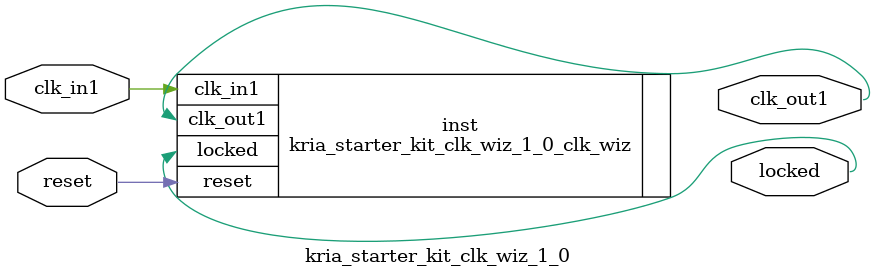
<source format=v>


`timescale 1ps/1ps

(* CORE_GENERATION_INFO = "kria_starter_kit_clk_wiz_1_0,clk_wiz_v6_0_14_0_0,{component_name=kria_starter_kit_clk_wiz_1_0,use_phase_alignment=false,use_min_o_jitter=false,use_max_i_jitter=false,use_dyn_phase_shift=false,use_inclk_switchover=false,use_dyn_reconfig=false,enable_axi=0,feedback_source=FDBK_AUTO,PRIMITIVE=MMCM,num_out_clk=1,clkin1_period=10.000,clkin2_period=10.000,use_power_down=false,use_reset=true,use_locked=true,use_inclk_stopped=false,feedback_type=SINGLE,CLOCK_MGR_TYPE=NA,manual_override=false}" *)

module kria_starter_kit_clk_wiz_1_0 
 (
  // Clock out ports
  output        clk_out1,
  // Status and control signals
  input         reset,
  output        locked,
 // Clock in ports
  input         clk_in1
 );

  kria_starter_kit_clk_wiz_1_0_clk_wiz inst
  (
  // Clock out ports  
  .clk_out1(clk_out1),
  // Status and control signals               
  .reset(reset), 
  .locked(locked),
 // Clock in ports
  .clk_in1(clk_in1)
  );

endmodule

</source>
